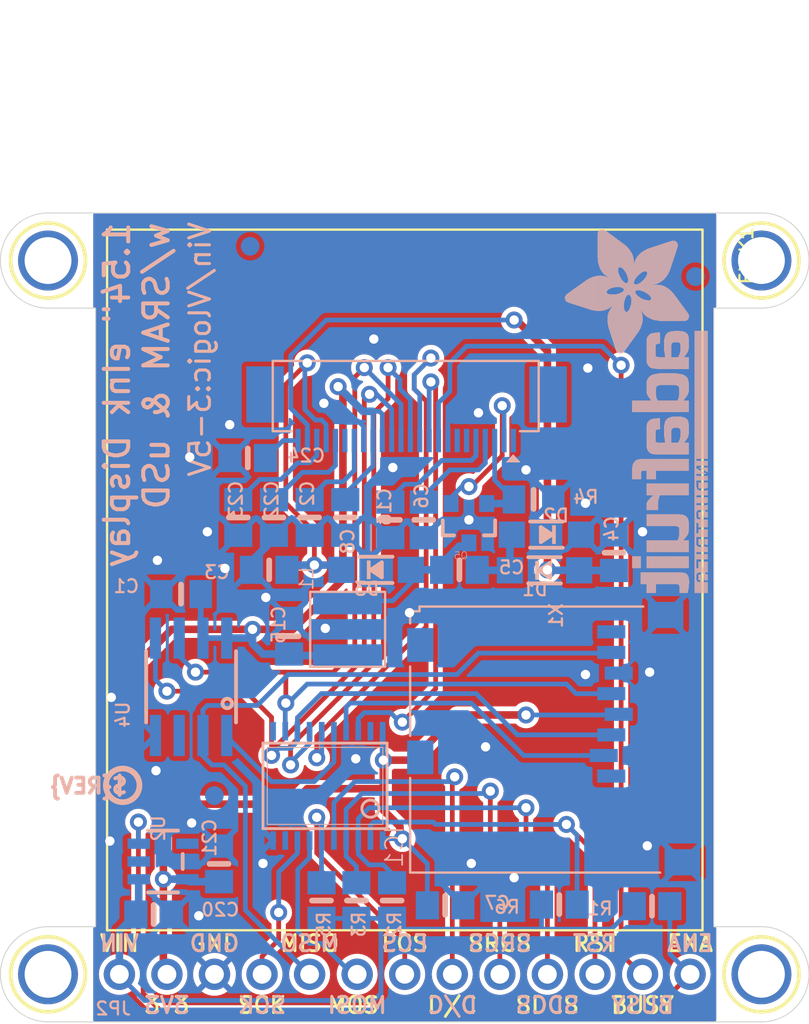
<source format=kicad_pcb>
(kicad_pcb (version 20221018) (generator pcbnew)
  (layers (0 "F.Cu" signal) (31 "B.Cu" signal) (34 "B.Paste" user) (35 "F.Paste" user) (36 "B.SilkS" user "B.Silkscreen") (37 "F.SilkS" user "F.Silkscreen") (38 "B.Mask" user) (39 "F.Mask" user) (44 "Edge.Cuts" user))
  (net 0 "")
  (net 1 "GND")
  (net 2 "3.3V")
  (net 3 "VGH")
  (net 4 "VGL")
  (net 5 "VIN")
  (net 6 "SCLK_3V")
  (net 7 "MOSI_3V")
  (net 8 "DISPCS_3V")
  (net 9 "SRAMCS_3V")
  (net 10 "RESET_3V")
  (net 11 "MISO")
  (net 12 "BUSY")
  (net 13 "RESET")
  (net 14 "SCLK")
  (net 15 "DISPCS")
  (net 16 "SRAMCS")
  (net 17 "SDCS_3V")
  (net 18 "SDCS")
  (net 19 "GDR")
  (net 20 "RESE")
  (net 21 "N$4")
  (net 22 "N$5")
  (net 23 "N$6")
  (net 24 "N$27")
  (net 25 "N$33")
  (net 26 "DC_3V")
  (net 27 "N$2")
  (net 28 "N$3")
  (net 29 "DC")
  (net 30 "MOSI")
  (net 31 "TSCL")
  (net 32 "TSDA")
  (net 33 "ENABLE")
  (net 34 "N$9")
  (footprint "working:MOUNTINGHOLE_2.5_PLATED" (layer "F.Cu") (at 167.5511 85.9536)
    (fp_text reference "U$6" hide)
    (fp_text value "MOUNTINGHOLE2.5" hide)
  )
  (footprint "working:EINK_154IN" (layer "F.Cu") (at 162.3041 92.0026 -90)
    (fp_text reference "EINK1")
    (fp_text value "EINK_EPD0231EINK_154IN_200X200")
  )
  (footprint "working:MOUNTINGHOLE_2.5_PLATED" (layer "F.Cu") (at 129.4511 124.0536)
    (fp_text reference "U$3" hide)
    (fp_text value "MOUNTINGHOLE2.5" hide)
  )
  (footprint "working:MOUNTINGHOLE_2.5_PLATED" (layer "F.Cu") (at 167.5511 124.0536)
    (fp_text reference "U$4" hide)
    (fp_text value "MOUNTINGHOLE2.5" hide)
  )
  (footprint "working:MOUNTINGHOLE_2.5_PLATED" (layer "F.Cu") (at 129.4511 85.9536)
    (fp_text reference "U$5" hide)
    (fp_text value "MOUNTINGHOLE2.5" hide)
  )
  (footprint "working:0805-NO" (layer "B.Cu") (at 135.0911 120.8616)
    (fp_text reference "C20")
    (fp_text value "10µF")
  )
  (footprint "working:0805-NO" (layer "B.Cu") (at 145.3261 99.6696 -90)
    (fp_text reference "C8")
    (fp_text value "1uF")
  )
  (footprint "working:0805-NO" (layer "B.Cu") (at 151.4221 102.4636)
    (fp_text reference "C5")
    (fp_text value "4.7uF/25V")
  )
  (footprint "working:PCBFEAT-REV-040" (layer "B.Cu") (at 133.4371 113.9676 180)
    (fp_text reference "U$9" hide)
    (fp_text value "" hide)
  )
  (footprint "working:0805-NO" (layer "B.Cu") (at 149.5171 99.7966 90)
    (fp_text reference "C6")
    (fp_text value "1uF/10V")
  )
  (footprint "working:0805_10MGAP" (layer "B.Cu") (at 155.3845 98.7044)
    (fp_text reference "R4")
    (fp_text value "0.47ohm")
  )
  (footprint "working:0805-NO" (layer "B.Cu") (at 141.5161 99.6696 90)
    (fp_text reference "C22")
    (fp_text value "1uF/25V")
  )
  (footprint "working:0805-NO" (layer "B.Cu") (at 138.5851 118.1596 90)
    (fp_text reference "C21")
    (fp_text value "10µF")
  )
  (footprint "working:0805_10MGAP" (layer "B.Cu") (at 136.5539 103.7602 180)
    (fp_text reference "C1")
    (fp_text value "1uF")
  )
  (footprint "working:SOD-123" (layer "B.Cu") (at 146.9771 102.4636)
    (fp_text reference "D3")
    (fp_text value "MBR0530")
  )
  (footprint "working:SOD-123" (layer "B.Cu") (at 155.9687 102.489)
    (fp_text reference "D1")
    (fp_text value "MBR0530")
  )
  (footprint "working:0805-NO" (layer "B.Cu") (at 141.2621 102.4636 180)
    (fp_text reference "C3")
    (fp_text value "1uF/25V")
  )
  (footprint "working:INDUCTOR_4X4MM_NR401" (layer "B.Cu") (at 145.4531 105.6386 -90)
    (fp_text reference "L1")
    (fp_text value "10uH")
  )
  (footprint "working:0805-NO" (layer "B.Cu") (at 150.6601 120.3706)
    (fp_text reference "C7")
    (fp_text value "1uF")
  )
  (footprint "working:0805-NO" (layer "B.Cu") (at 147.8261 120.1166 -90)
    (fp_text reference "R2")
    (fp_text value "100K")
  )
  (footprint "working:0805-NO" (layer "B.Cu") (at 140.1191 96.4946)
    (fp_text reference "C24")
    (fp_text value "1uF/6V")
  )
  (footprint "working:0805-NO" (layer "B.Cu") (at 159.6771 101.5492 90)
    (fp_text reference "C4")
    (fp_text value "1uF/25V")
  )
  (footprint "working:0805-NO" (layer "B.Cu") (at 145.9211 120.1166 -90)
    (fp_text reference "R3")
    (fp_text value "100K")
  )
  (footprint "working:ADAFRUIT_TEXT_20MM" (layer "B.Cu") (at 164.6751 84.1286 -90)
    (fp_text reference "U$28" hide)
    (fp_text value "" hide)
  )
  (footprint "working:MICROSD" (layer "B.Cu") (at 148.8911 104.4732 -90)
    (fp_text reference "X1")
    (fp_text value "MICROSD")
  )
  (footprint "working:FIDUCIAL_1MM" (layer "B.Cu") (at 138.3321 114.5166 90)
    (fp_text reference "FID2" hide)
    (fp_text value "FIDUCIAL_1MM" hide)
  )
  (footprint "working:SOIC8_150MIL" (layer "B.Cu") (at 137.0921 108.7066 180)
    (fp_text reference "U4")
    (fp_text value "23K640-I/SN")
  )
  (footprint "working:0805-NO" (layer "B.Cu") (at 143.4211 99.6696 90)
    (fp_text reference "C2")
    (fp_text value "1uF/10V")
  )
  (footprint "working:0805-NO" (layer "B.Cu") (at 147.7391 99.7966 90)
    (fp_text reference "C16")
    (fp_text value "1uF/25V")
  )
  (footprint "working:SOD-123" (layer "B.Cu") (at 156.0703 100.584 180)
    (fp_text reference "D2")
    (fp_text value "MBR0530")
  )
  (footprint "working:FIDUCIAL_1MM" (layer "B.Cu") (at 164.0271 86.8106 180)
    (fp_text reference "FID1" hide)
    (fp_text value "FIDUCIAL_1MM" hide)
  )
  (footprint "working:0805-NO" (layer "B.Cu") (at 161.7091 120.4176 180)
    (fp_text reference "R1")
    (fp_text value "100K")
  )
  (footprint "working:FIDUCIAL_1MM" (layer "B.Cu") (at 140.2461 85.1916 180)
    (fp_text reference "FID3" hide)
    (fp_text value "FIDUCIAL_1MM" hide)
  )
  (footprint "working:SOT23-5" (layer "B.Cu") (at 135.5931 118.0326 90)
    (fp_text reference "U2")
    (fp_text value "MIC5225-3.3")
  )
  (footprint "working:0805-NO" (layer "B.Cu") (at 139.6111 99.6696 90)
    (fp_text reference "C23")
    (fp_text value "1uF/25V")
  )
  (footprint "working:0805-NO" (layer "B.Cu") (at 156.7561 120.3306 180)
    (fp_text reference "R6")
    (fp_text value "100K")
  )
  (footprint "working:1X13_ROUND_70" (layer "B.Cu") (at 148.5011 124.0536)
    (fp_text reference "JP2")
    (fp_text value "")
  )
  (footprint "working:0805-NO" (layer "B.Cu") (at 144.0561 120.1166 -90)
    (fp_text reference "R5")
    (fp_text value "100K")
  )
  (footprint "working:TSSOP20" (layer "B.Cu") (at 144.2447 113.9952 180)
    (fp_text reference "IC1")
    (fp_text value "74LVC245PW")
  )
  (footprint "working:SOT23-3" (layer "B.Cu") (at 151.9301 99.9236)
    (fp_text reference "Q5")
    (fp_text value "IRLML0100")
  )
  (footprint "working:0805-NO" (layer "B.Cu") (at 142.3249 106.0078 -90)
    (fp_text reference "C15")
    (fp_text value "10uF/10V+")
  )
  (gr_line (start 131.9911 88.4936) (end 131.9911 121.5136) (stroke (width 0.05)) (layer "Edge.Cuts"))
  (gr_line (start 167.5511 88.4936) (end 165.0111 88.4936) (stroke (width 0.05)) (layer "Edge.Cuts"))
  (gr_arc (start 129.4511 126.5936) (mid 127.655049 125.849651) (end 126.911101 124.053599) (stroke (width 0.05)) (layer "Edge.Cuts"))
  (gr_line (start 129.4511 83.4136) (end 167.5511 83.4136) (stroke (width 0.05)) (layer "Edge.Cuts"))
  (gr_arc (start 129.4511 88.4936) (mid 127.655049 87.749651) (end 126.911101 85.953599) (stroke (width 0.05)) (layer "Edge.Cuts"))
  (gr_arc (start 170.0911 124.0536) (mid 169.347151 125.849651) (end 167.5511 126.5936) (stroke (width 0.05)) (layer "Edge.Cuts"))
  (gr_arc (start 126.9111 85.9536) (mid 127.655049 84.157548) (end 129.451101 83.413599) (stroke (width 0.05)) (layer "Edge.Cuts"))
  (gr_arc (start 167.5511 83.4136) (mid 169.347151 84.157549) (end 170.0911 85.9536) (stroke (width 0.05)) (layer "Edge.Cuts"))
  (gr_line (start 167.5511 121.5136) (end 165.0111 121.5136) (stroke (width 0.05)) (layer "Edge.Cuts"))
  (gr_arc (start 170.0911 85.9536) (mid 169.347151 87.749651) (end 167.5511 88.4936) (stroke (width 0.05)) (layer "Edge.Cuts"))
  (gr_line (start 165.0111 121.5136) (end 165.0111 88.4936) (stroke (width 0.05)) (layer "Edge.Cuts"))
  (gr_line (start 131.9911 121.5136) (end 129.4511 121.5136) (stroke (width 0.05)) (layer "Edge.Cuts"))
  (gr_line (start 167.5511 126.5936) (end 129.4511 126.5936) (stroke (width 0.05)) (layer "Edge.Cuts"))
  (gr_arc (start 167.5511 121.5136) (mid 169.347151 122.257549) (end 170.0911 124.0536) (stroke (width 0.05)) (layer "Edge.Cuts"))
  (gr_line (start 131.9911 88.4936) (end 129.4511 88.4936) (stroke (width 0.05)) (layer "Edge.Cuts"))
  (gr_arc (start 126.911101 124.053601) (mid 127.655049 122.257549) (end 129.4511 121.5136) (stroke (width 0.05)) (layer "Edge.Cuts"))
  (gr_text "D/C" (at 151.0411 125.7046) (layer "B.SilkS") (effects (font (size 0.8636 0.8636) (thickness 0.1524)) (justify mirror)))
  (gr_text "SDCS" (at 156.1211 125.7046) (layer "B.SilkS") (effects (font (size 0.8636 0.8636) (thickness 0.1524)) (justify mirror)))
  (gr_text "ECS" (at 148.5011 122.4026) (layer "B.SilkS") (effects (font (size 0.8636 0.8636) (thickness 0.1524)) (justify mirror)))
  (gr_text "VIN" (at 133.2611 122.4026) (layer "B.SilkS") (effects (font (size 0.8636 0.8636) (thickness 0.1524)) (justify mirror)))
  (gr_text "3V3" (at 135.8011 125.7046) (layer "B.SilkS") (effects (font (size 0.8636 0.8636) (thickness 0.1524)) (justify mirror)))
  (gr_text "ENA" (at 163.7411 122.4026) (layer "B.SilkS") (effects (font (size 0.8636 0.8636) (thickness 0.1524)) (justify mirror)))
  (gr_text "BUSY" (at 161.2011 125.7046) (layer "B.SilkS") (effects (font (size 0.8636 0.8636) (thickness 0.1524)) (justify mirror)))
  (gr_text "MOSI" (at 145.9611 125.7046) (layer "B.SilkS") (effects (font (size 0.8636 0.8636) (thickness 0.1524)) (justify mirror)))
  (gr_text "SRCS" (at 153.5811 122.4026) (layer "B.SilkS") (effects (font (size 0.8636 0.8636) (thickness 0.1524)) (justify mirror)))
  (gr_text "Vin/Vlogic:3-5V" (at 138.2141 83.7946 -270) (layer "B.SilkS") (effects (font (size 1.1049 1.1049) (thickness 0.1651)) (justify left bottom mirror)))
  (gr_text "RST" (at 158.6611 122.4026) (layer "B.SilkS") (effects (font (size 0.8636 0.8636) (thickness 0.1524)) (justify mirror)))
  (gr_text "GND" (at 138.3411 122.4026) (layer "B.SilkS") (effects (font (size 0.8636 0.8636) (thickness 0.1524)) (justify mirror)))
  (gr_text "SCK" (at 140.8811 125.7046) (layer "B.SilkS") (effects (font (size 0.8636 0.8636) (thickness 0.1524)) (justify mirror)))
  (gr_text "MISO" (at 143.4211 122.4026) (layer "B.SilkS") (effects (font (size 0.8636 0.8636) (thickness 0.1524)) (justify mirror)))
  (gr_text "1.54\" eInk Display\nw/SRAM & uSD" (at 132.3721 83.7946 -270) (layer "B.SilkS") (effects (font (size 1.31064 1.31064) (thickness 0.21336)) (justify left top mirror)))
  (gr_text "MOSI" (at 145.9611 125.7046) (layer "F.SilkS") (effects (font (size 0.8636 0.8636) (thickness 0.1524))))
  (gr_text "3V3" (at 135.8011 125.7046) (layer "F.SilkS") (effects (font (size 0.8636 0.8636) (thickness 0.1524))))
  (gr_text "MISO" (at 143.4211 122.4026) (layer "F.SilkS") (effects (font (size 0.8636 0.8636) (thickness 0.1524))))
  (gr_text "SCK" (at 140.8811 125.7046) (layer "F.SilkS") (effects (font (size 0.8636 0.8636) (thickness 0.1524))))
  (gr_text "GND" (at 138.3411 122.4026) (layer "F.SilkS") (effects (font (size 0.8636 0.8636) (thickness 0.1524))))
  (gr_text "ECS" (at 148.5011 122.4026) (layer "F.SilkS") (effects (font (size 0.8636 0.8636) (thickness 0.1524))))
  (gr_text "RST" (at 158.6611 122.4026) (layer "F.SilkS") (effects (font (size 0.8636 0.8636) (thickness 0.1524))))
  (gr_text "SRCS" (at 153.5811 122.4026) (layer "F.SilkS") (effects (font (size 0.8636 0.8636) (thickness 0.1524))))
  (gr_text "BUSY" (at 161.2011 125.7046) (layer "F.SilkS") (effects (font (size 0.8636 0.8636) (thickness 0.1524))))
  (gr_text "ENA" (at 163.7411 122.4026) (layer "F.SilkS") (effects (font (size 0.8636 0.8636) (thickness 0.1524))))
  (gr_text "D/C" (at 151.0411 125.7046) (layer "F.SilkS") (effects (font (size 0.8636 0.8636) (thickness 0.1524))))
  (gr_text "SDCS" (at 156.1211 125.7046) (layer "F.SilkS") (effects (font (size 0.8636 0.8636) (thickness 0.1524))))
  (gr_text "VIN" (at 133.2611 122.4026) (layer "F.SilkS") (effects (font (size 0.8636 0.8636) (thickness 0.1524))))
  (via (at 144.2593 105.5878) (size 0.9064) (drill 0.5) (layers "F.Cu" "B.Cu") (net 1))
  (via (at 135.2931 101.9556) (size 0.9064) (drill 0.5) (layers "F.Cu" "B.Cu") (net 1))
  (via (at 144.1831 93.5736) (size 0.9064) (drill 0.5) (layers "F.Cu" "B.Cu") (net 1))
  (via (at 132.8293 109.2708) (size 0.9064) (drill 0.5) (layers "F.Cu" "B.Cu") (net 1))
  (via (at 137.9601 100.4316) (size 0.9064) (drill 0.5) (layers "F.Cu" "B.Cu") (net 1))
  (via (at 145.8849 112.5474) (size 0.9064) (drill 0.5) (layers "F.Cu" "B.Cu") (net 1))
  (via (at 137.5029 120.9294) (size 0.9064) (drill 0.5) (layers "F.Cu" "B.Cu") (net 1))
  (via (at 158.1531 108.0516) (size 0.9064) (drill 0.5) (layers "F.Cu" "B.Cu") (net 1))
  (via (at 158.1531 98.9076) (size 0.9064) (drill 0.5) (layers "F.Cu" "B.Cu") (net 1))
  (via (at 161.2011 100.4316) (size 0.9064) (drill 0.5) (layers "F.Cu" "B.Cu") (net 1))
  (via (at 152.4381 94.0816) (size 0.9064) (drill 0.5) (layers "F.Cu" "B.Cu") (net 1))
  (via (at 132.7531 116.9416) (size 0.9064) (drill 0.5) (layers "F.Cu" "B.Cu") (net 1))
  (via (at 151.9301 99.7966) (size 0.9064) (drill 0.5) (layers "F.Cu" "B.Cu") (net 1))
  (via (at 152.0571 118.1354) (size 0.9064) (drill 0.5) (layers "F.Cu" "B.Cu") (net 1))
  (via (at 137.0203 96.4438) (size 0.9064) (drill 0.5) (layers "F.Cu" "B.Cu") (net 1))
  (via (at 146.8501 90.1446) (size 0.9064) (drill 0.5) (layers "F.Cu" "B.Cu") (net 1))
  (via (at 147.8661 97.0026) (size 0.9064) (drill 0.5) (layers "F.Cu" "B.Cu") (net 1))
  (via (at 154.9781 97.1296) (size 0.9064) (drill 0.5) (layers "F.Cu" "B.Cu") (net 1))
  (via (at 161.5821 107.9246) (size 0.9064) (drill 0.5) (layers "F.Cu" "B.Cu") (net 1))
  (via (at 152.8191 111.9124) (size 0.9064) (drill 0.5) (layers "F.Cu" "B.Cu") (net 1))
  (via (at 140.9319 118.1354) (size 0.9064) (drill 0.5) (layers "F.Cu" "B.Cu") (net 1))
  (via (at 141.0843 103.9368) (size 0.9064) (drill 0.5) (layers "F.Cu" "B.Cu") (net 1))
  (via (at 137.1219 115.9764) (size 0.9064) (drill 0.5) (layers "F.Cu" "B.Cu") (net 1))
  (via (at 158.2801 91.694) (size 0.9064) (drill 0.5) (layers "F.Cu" "B.Cu") (net 1))
  (via (at 148.7551 104.7496) (size 0.9064) (drill 0.5) (layers "F.Cu" "B.Cu") (net 1))
  (via (at 138.8999 102.3874) (size 0.9064) (drill 0.5) (layers "F.Cu" "B.Cu") (net 1))
  (via (at 135.2169 113.1824) (size 0.9064) (drill 0.5) (layers "F.Cu" "B.Cu") (net 1))
  (via (at 154.3431 118.8974) (size 0.9064) (drill 0.5) (layers "F.Cu" "B.Cu") (net 1))
  (via (at 139.1539 94.7166) (size 0.9064) (drill 0.5) (layers "F.Cu" "B.Cu") (net 1))
  (via (at 161.4551 117.1956) (size 0.9064) (drill 0.5) (layers "F.Cu" "B.Cu") (net 1))
  (segment (start 140.3121 102.4636) (end 140.3121 102.0166) (width 0.4064) (layer "B.Cu") (net 1))
  (segment (start 146.3041 95.5626) (end 146.3041 94.8056) (width 0.254) (layer "B.Cu") (net 1))
  (segment (start 150.8041 94.5726) (end 151.1681 94.2086) (width 0.254) (layer "B.Cu") (net 1))
  (segment (start 146.0881 94.5896) (end 145.3261 94.5896) (width 0.254) (layer "B.Cu") (net 1))
  (segment (start 146.3041 94.8056) (end 146.0881 94.5896) (width 0.254) (layer "B.Cu") (net 1))
  (segment (start 140.3121 102.0166) (end 141.1351 101.1936) (width 0.4064) (layer "B.Cu") (net 1))
  (segment (start 150.8041 95.5626) (end 150.8041 94.5726) (width 0.254) (layer "B.Cu") (net 1))
  (segment (start 144.3101 93.5736) (end 144.1831 93.5736) (width 0.254) (layer "B.Cu") (net 1))
  (segment (start 145.3261 94.5896) (end 144.3101 93.5736) (width 0.254) (layer "B.Cu") (net 1))
  (segment (start 141.1351 101.1936) (end 141.1351 100.8126) (width 0.4064) (layer "B.Cu") (net 1))
  (segment (start 148.8821 112.6236) (end 147.3581 112.6236) (width 0.4064) (layer "F.Cu") (net 2))
  (segment (start 147.3581 115.2906) (end 147.3581 114.1476) (width 0.4064) (layer "F.Cu") (net 2))
  (segment (start 135.6106 123.8631) (end 135.6106 118.9736) (width 0.4064) (layer "F.Cu") (net 2))
  (segment (start 135.6106 114.9731) (end 142.4686 114.9731) (width 0.4064) (layer "F.Cu") (net 2))
  (segment (start 151.2951 110.2106) (end 154.9781 110.2106) (width 0.4064) (layer "F.Cu") (net 2))
  (segment (start 147.3581 114.1476) (end 147.3581 112.6236) (width 0.4064) (layer "F.Cu") (net 2))
  (segment (start 134.0231 113.3856) (end 134.0231 107.6706) (width 0.4064) (layer "F.Cu") (net 2))
  (segment (start 135.8011 124.0536) (end 135.6106 123.8631) (width 0.4064) (layer "F.Cu") (net 2))
  (segment (start 148.2471 116.6876) (end 148.2471 116.1796) (width 0.4064) (layer "F.Cu") (net 2))
  (segment (start 148.3741 116.8146) (end 148.2471 116.6876) (width 0.4064) (layer "F.Cu") (net 2))
  (segment (start 148.2471 116.1796) (end 147.3581 115.2906) (width 0.4064) (layer "F.Cu") (net 2))
  (segment (start 136.0551 105.6386) (end 140.3731 105.6386) (width 0.4064) (layer "F.Cu") (net 2))
  (segment (start 142.5321 105.6386) (end 145.1991 102.9716) (width 0.4064) (layer "F.Cu") (net 2))
  (segment (start 145.1991 92.9386) (end 144.9451 92.6846) (width 0.4064) (layer "F.Cu") (net 2))
  (segment (start 145.1991 102.9716) (end 145.1991 92.9386) (width 0.4064) (layer "F.Cu") (net 2))
  (segment (start 135.6106 114.9731) (end 134.0231 113.3856) (width 0.4064) (layer "F.Cu") (net 2))
  (segment (start 151.2951 110.2106) (end 148.8821 112.6236) (width 0.4064) (layer "F.Cu") (net 2))
  (segment (start 142.4686 114.9731) (end 143.2941 114.1476) (width 0.4064) (layer "F.Cu") (net 2))
  (segment (start 140.3731 105.6386) (end 142.5321 105.6386) (width 0.4064) (layer "F.Cu") (net 2))
  (segment (start 135.6106 118.9736) (end 135.6106 114.9731) (width 0.4064) (layer "F.Cu") (net 2))
  (segment (start 134.0231 107.6706) (end 136.0551 105.6386) (width 0.4064) (layer "F.Cu") (net 2))
  (segment (start 143.2941 114.1476) (end 147.3581 114.1476) (width 0.4064) (layer "F.Cu") (net 2))
  (via (at 140.3731 105.6386) (size 0.9064) (drill 0.5) (layers "F.Cu" "B.Cu") (net 2))
  (via (at 148.3741 116.8146) (size 0.9064) (drill 0.5) (layers "F.Cu" "B.Cu") (net 2))
  (via (at 135.6106 118.9736) (size 0.9064) (drill 0.5) (layers "F.Cu" "B.Cu") (net 2))
  (via (at 147.3581 112.6236) (size 0.9064) (drill 0.5) (layers "F.Cu" "B.Cu") (net 2))
  (via (at 144.9451 92.6846) (size 0.9064) (drill 0.5) (layers "F.Cu" "B.Cu") (net 2))
  (via (at 154.9781 110.2106) (size 0.9064) (drill 0.5) (layers "F.Cu" "B.Cu") (net 2))
  (segment (start 140.3731 106.1466) (end 140.3731 105.6386) (width 0.4064) (layer "B.Cu") (net 2))
  (segment (start 149.7101 120.3706) (end 149.7101 118.1506) (width 0.254) (layer "B.Cu") (net 2))
  (segment (start 144.9451 92.6496) (end 144.9451 92.6846) (width 0.4064) (layer "B.Cu") (net 2))
  (segment (start 140.3731 106.4006) (end 140.3731 106.1466) (width 0.4064) (layer "B.Cu") (net 2))
  (segment (start 140.3331 106.1066) (end 140.3731 106.1466) (width 0.4064) (layer "B.Cu") (net 2))
  (segment (start 138.9971 106.1066) (end 137.7271 106.1066) (width 0.3048) (layer "B.Cu") (net 2))
  (segment (start 145.4531 107.0386) (end 142.4057 107.0386) (width 0.4064) (layer "B.Cu") (net 2))
  (segment (start 147.1501 94.0006) (end 146.8041 94.0006) (width 0.254) (layer "B.Cu") (net 2))
  (segment (start 147.3041 94.1546) (end 147.3041 95.5626) (width 0.254) (layer "B.Cu") (net 2))
  (segment (start 138.9971 106.1066) (end 140.3331 106.1066) (width 0.4064) (layer "B.Cu") (net 2))
  (segment (start 136.8932 118.9826) (end 136.8842 118.9736) (width 0.4064) (layer "B.Cu") (net 2))
  (segment (start 137.6039 105.9834) (end 137.6039 103.7602) (width 0.3048) (layer "B.Cu") (net 2))
  (segment (start 159.9311 110.1732) (end 159.9311 110.2106) (width 0.254) (layer "B.Cu") (net 2))
  (segment (start 146.8041 95.5626) (end 146.8041 94.0006) (width 0.254) (layer "B.Cu") (net 2))
  (segment (start 147.3041 94.1546) (end 147.1501 94.0006) (width 0.254) (layer "B.Cu") (net 2))
  (segment (start 147.3197 112.6236) (end 147.3581 112.6236) (width 0.3048) (layer "B.Cu") (net 2))
  (segment (start 138.5851 119.1096) (end 137.0202 119.1096) (width 0.4064) (layer "B.Cu") (net 2))
  (segment (start 146.8041 94.0006) (end 146.2611 94.0006) (width 0.4064) (layer "B.Cu") (net 2))
  (segment (start 147.3197 111.0774) (end 147.3197 112.6236) (width 0.3048) (layer "B.Cu") (net 2))
  (segment (start 147.4181 116.8146) (end 148.3741 116.8146) (width 0.254) (layer "B.Cu") (net 2))
  (segment (start 142.4057 107.0386) (end 142.3249 106.9578) (width 0.4064) (layer "B.Cu") (net 2))
  (segment (start 136.8842 118.9736) (end 135.6106 118.9736) (width 0.4064) (layer "B.Cu") (net 2))
  (segment (start 137.7271 106.1066) (end 137.6039 105.9834) (width 0.3048) (layer "B.Cu") (net 2))
  (segment (start 142.3249 106.9578) (end 140.9303 106.9578) (width 0.4064) (layer "B.Cu") (net 2))
  (segment (start 147.3197 116.913) (end 147.4181 116.8146) (width 0.254) (layer "B.Cu") (net 2))
  (segment (start 146.8041 96.9216) (end 145.3261 98.3996) (width 0.254) (layer "B.Cu") (net 2))
  (segment (start 140.9303 106.9578) (end 140.3731 106.4006) (width 0.4064) (layer "B.Cu") (net 2))
  (segment (start 159.9311 110.2106) (end 154.9781 110.2106) (width 0.254) (layer "B.Cu") (net 2))
  (segment (start 149.7101 118.1506) (end 148.3741 116.8146) (width 0.254) (layer "B.Cu") (net 2))
  (segment (start 145.3261 98.3996) (end 145.3261 98.7196) (width 0.254) (layer "B.Cu") (net 2))
  (segment (start 146.2611 94.0006) (end 144.9451 92.6846) (width 0.4064) (layer "B.Cu") (net 2))
  (segment (start 146.8041 95.5626) (end 146.8041 96.9216) (width 0.254) (layer "B.Cu") (net 2))
  (segment (start 137.0202 119.1096) (end 136.8932 118.9826) (width 0.4064) (layer "B.Cu") (net 2))
  (segment (start 142.1511 98.9076) (end 142.1511 92.5576) (width 0.254) (layer "F.Cu") (net 3))
  (segment (start 143.6751 102.2096) (end 143.6751 100.4316) (width 0.254) (layer "F.Cu") (net 3))
  (segment (start 143.6751 100.4316) (end 142.1511 98.9076) (width 0.254) (layer "F.Cu") (net 3))
  (segment (start 142.1511 92.5576) (end 143.2941 91.4146) (width 0.254) (layer "F.Cu") (net 3))
  (via (at 143.6751 102.2096) (size 0.9064) (drill 0.5) (layers "F.Cu" "B.Cu") (net 3))
  (via (at 143.2941 91.4146) (size 0.9064) (drill 0.5) (layers "F.Cu" "B.Cu") (net 3))
  (segment (start 143.2941 91.6686) (end 143.2941 91.4146) (width 0.254) (layer "B.Cu") (net 3))
  (segment (start 144.3041 95.5626) (end 144.3041 94.7106) (width 0.254) (layer "B.Cu") (net 3))
  (segment (start 144.5641 102.2096) (end 143.6751 102.2096) (width 0.4064) (layer "B.Cu") (net 3))
  (segment (start 142.2121 102.4636) (end 142.2121 102.3366) (width 0.4064) (layer "B.Cu") (net 3))
  (segment (start 143.1671 91.7956) (end 143.2941 91.6686) (width 0.254) (layer "B.Cu") (net 3))
  (segment (start 144.0561 94.4626) (end 143.7259 94.4626) (width 0.254) (layer "B.Cu") (net 3))
  (segment (start 144.8181 102.4636) (end 144.5641 102.2096) (width 0.4064) (layer "B.Cu") (net 3))
  (segment (start 142.5321 102.2096) (end 143.6751 102.2096) (width 0.4064) (layer "B.Cu") (net 3))
  (segment (start 142.4051 102.3366) (end 142.5321 102.2096) (width 0.4064) (layer "B.Cu") (net 3))
  (segment (start 143.1671 93.9038) (end 143.1671 91.7956) (width 0.254) (layer "B.Cu") (net 3))
  (segment (start 142.2121 102.3366) (end 142.4051 102.3366) (width 0.4064) (layer "B.Cu") (net 3))
  (segment (start 144.3041 94.7106) (end 144.0561 94.4626) (width 0.254) (layer "B.Cu") (net 3))
  (segment (start 145.1271 102.4636) (end 144.8181 102.4636) (width 0.4064) (layer "B.Cu") (net 3))
  (segment (start 143.7259 94.4626) (end 143.1671 93.9038) (width 0.254) (layer "B.Cu") (net 3))
  (segment (start 154.3431 89.1286) (end 154.4701 89.1286) (width 0.254) (layer "F.Cu") (net 4))
  (segment (start 156.1211 90.7796) (end 154.4701 89.1286) (width 0.4064) (layer "F.Cu") (net 4))
  (segment (start 156.1211 102.4636) (end 156.1211 90.7796) (width 0.4064) (layer "F.Cu") (net 4))
  (via (at 154.3431 89.1286) (size 0.9064) (drill 0.5) (layers "F.Cu" "B.Cu") (net 4))
  (via (at 156.1211 102.4636) (size 0.9064) (drill 0.5) (layers "F.Cu" "B.Cu") (net 4))
  (segment (start 157.8187 102.489) (end 156.1465 102.489) (width 0.4064) (layer "B.Cu") (net 4))
  (segment (start 142.4151 93.8376) (end 142.4151 91.0236) (width 0.254) (layer "B.Cu") (net 4))
  (segment (start 142.4151 91.0236) (end 144.3101 89.1286) (width 0.254) (layer "B.Cu") (net 4))
  (segment (start 156.1465 102.489) (end 156.1211 102.4636) (width 0.4064) (layer "B.Cu") (net 4))
  (segment (start 143.3041 94.7266) (end 142.4151 93.8376) (width 0.254) (layer "B.Cu") (net 4))
  (segment (start 157.8289 102.4992) (end 157.8187 102.489) (width 0.4064) (layer "B.Cu") (net 4))
  (segment (start 159.6771 102.4992) (end 157.8289 102.4992) (width 0.4064) (layer "B.Cu") (net 4))
  (segment (start 144.3101 89.1286) (end 154.3431 89.1286) (width 0.254) (layer "B.Cu") (net 4))
  (segment (start 143.3041 95.5626) (end 143.3041 94.7266) (width 0.254) (layer "B.Cu") (net 4))
  (segment (start 147.1041 121.0666) (end 145.9211 121.0666) (width 0.254) (layer "B.Cu") (net 5))
  (segment (start 133.2611 124.0536) (end 133.2611 121.7416) (width 0.4064) (layer "B.Cu") (net 5))
  (segment (start 145.9211 121.0666) (end 144.0561 121.0666) (width 0.254) (layer "B.Cu") (net 5))
  (segment (start 147.8261 121.0666) (end 147.1041 121.0666) (width 0.254) (layer "B.Cu") (net 5))
  (segment (start 159.5361 121.6406) (end 155.8061 121.6406) (width 0.254) (layer "B.Cu") (net 5))
  (segment (start 146.8501 125.4506) (end 134.5946 125.4506) (width 0.254) (layer "B.Cu") (net 5))
  (segment (start 134.293 118.9826) (end 134.293 120.7097) (width 0.4064) (layer "B.Cu") (net 5))
  (segment (start 134.5946 125.4506) (end 133.2611 124.1171) (width 0.254) (layer "B.Cu") (net 5))
  (segment (start 133.2611 121.7416) (end 134.1411 120.8616) (width 0.4064) (layer "B.Cu") (net 5))
  (segment (start 134.293 120.7097) (end 134.1411 120.8616) (width 0.4064) (layer "B.Cu") (net 5))
  (segment (start 133.2611 124.1171) (end 133.2611 124.0536) (width 0.254) (layer "B.Cu") (net 5))
  (segment (start 155.8061 120.3306) (end 155.8061 121.6406) (width 0.254) (layer "B.Cu") (net 5))
  (segment (start 159.5361 121.6406) (end 160.7591 120.4176) (width 0.254) (layer "B.Cu") (net 5))
  (segment (start 147.2311 125.0696) (end 147.2311 121.1936) (width 0.254) (layer "B.Cu") (net 5))
  (segment (start 146.8501 125.4506) (end 147.2311 125.0696) (width 0.254) (layer "B.Cu") (net 5))
  (segment (start 155.8061 121.6406) (end 147.8261 121.6406) (width 0.254) (layer "B.Cu") (net 5))
  (segment (start 147.2311 121.1936) (end 147.1041 121.0666) (width 0.254) (layer "B.Cu") (net 5))
  (segment (start 147.8261 121.6406) (end 147.8261 121.0666) (width 0.254) (layer "B.Cu") (net 5))
  (segment (start 142.1511 107.9246) (end 137.3251 107.9246) (width 0.254) (layer "F.Cu") (net 6))
  (segment (start 142.1511 109.5756) (end 142.1511 107.9246) (width 0.254) (layer "F.Cu") (net 6))
  (segment (start 145.8341 92.1766) (end 146.3421 91.6686) (width 0.254) (layer "F.Cu") (net 6))
  (segment (start 144.6911 107.9246) (end 142.1511 107.9246) (width 0.254) (layer "F.Cu") (net 6))
  (segment (start 144.6911 107.9246) (end 145.8341 106.7816) (width 0.254) (layer "F.Cu") (net 6))
  (segment (start 145.8341 106.7816) (end 145.8341 92.1766) (width 0.254) (layer "F.Cu") (net 6))
  (via (at 142.1511 109.5756) (size 0.9064) (drill 0.5) (layers "F.Cu" "B.Cu") (net 6))
  (via (at 146.3421 91.6686) (size 0.9064) (drill 0.5) (layers "F.Cu" "B.Cu") (net 6))
  (via (at 137.3251 107.9246) (size 0.9064) (drill 0.5) (layers "F.Cu" "B.Cu") (net 6))
  (segment (start 148.3041 93.6306) (end 148.3041 95.5626) (width 0.254) (layer "B.Cu") (net 6))
  (segment (start 157.6507 109.0732) (end 159.5311 109.0732) (width 0.254) (layer "B.Cu") (net 6))
  (segment (start 142.1197 109.734) (end 142.1197 109.607) (width 0.254) (layer "B.Cu") (net 6))
  (segment (start 142.1197 111.0774) (end 142.1197 109.734) (width 0.254) (layer "B.Cu") (net 6))
  (segment (start 143.2941 108.5596) (end 157.1371 108.5596) (width 0.254) (layer "B.Cu") (net 6))
  (segment (start 136.4571 107.0566) (end 136.4571 106.1066) (width 0.254) (layer "B.Cu") (net 6))
  (segment (start 146.3421 91.6686) (end 148.3041 93.6306) (width 0.254) (layer "B.Cu") (net 6))
  (segment (start 142.1197 109.734) (end 143.2941 108.5596) (width 0.254) (layer "B.Cu") (net 6))
  (segment (start 157.1371 108.5596) (end 157.6507 109.0732) (width 0.254) (layer "B.Cu") (net 6))
  (segment (start 142.1197 109.607) (end 142.1511 109.5756) (width 0.254) (layer "B.Cu") (net 6))
  (segment (start 137.3251 107.9246) (end 136.4571 107.0566) (width 0.254) (layer "B.Cu") (net 6))
  (segment (start 135.8011 108.9406) (end 139.9921 108.9406) (width 0.254) (layer "F.Cu") (net 7))
  (segment (start 146.3421 93.3704) (end 146.6215 93.091) (width 0.254) (layer "F.Cu") (net 7))
  (segment (start 141.3891 112.1156) (end 141.3891 112.3696) (width 0.254) (layer "F.Cu") (net 7))
  (segment (start 139.9921 108.9406) (end 141.3891 110.3376) (width 0.254) (layer "F.Cu") (net 7))
  (segment (start 146.3421 107.1626) (end 141.3891 112.1156) (width 0.254) (layer "F.Cu") (net 7))
  (segment (start 146.3421 107.1626) (end 146.3421 93.3704) (width 0.254) (layer "F.Cu") (net 7))
  (segment (start 141.3891 110.3376) (end 141.3891 112.1156) (width 0.254) (layer "F.Cu") (net 7))
  (via (at 135.8011 108.9406) (size 0.9064) (drill 0.5) (layers "F.Cu" "B.Cu") (net 7))
  (via (at 141.3891 112.3696) (size 0.9064) (drill 0.5) (layers "F.Cu" "B.Cu") (net 7))
  (via (at 146.6215 93.091) (size 0.9064) (drill 0.5) (layers "F.Cu" "B.Cu") (net 7))
  (segment (start 142.7697 111.624) (end 142.4051 111.9886) (width 0.254) (layer "B.Cu") (net 7))
  (segment (start 142.7697 111.0774) (end 142.7697 110.354) (width 0.254) (layer "B.Cu") (net 7))
  (segment (start 142.4051 111.9886) (end 141.7701 111.9886) (width 0.254) (layer "B.Cu") (net 7))
  (segment (start 152.3111 109.0676) (end 144.0561 109.0676) (width 0.254) (layer "B.Cu") (net 7))
  (segment (start 141.7701 111.9886) (end 141.3891 112.3696) (width 0.254) (layer "B.Cu") (net 7))
  (segment (start 159.5311 111.2732) (end 154.5167 111.2732) (width 0.254) (layer "B.Cu") (net 7))
  (segment (start 135.1871 106.1066) (end 135.1871 108.3266) (width 0.254) (layer "B.Cu") (net 7))
  (segment (start 147.8041 93.8926) (end 147.8041 95.5626) (width 0.254) (layer "B.Cu") (net 7))
  (segment (start 147.8041 93.8926) (end 147.0025 93.091) (width 0.254) (layer "B.Cu") (net 7))
  (segment (start 144.0561 109.0676) (end 142.7697 110.354) (width 0.254) (layer "B.Cu") (net 7))
  (segment (start 135.1871 108.3266) (end 135.8011 108.9406) (width 0.254) (layer "B.Cu") (net 7))
  (segment (start 154.5167 111.2732) (end 152.3111 109.0676) (width 0.254) (layer "B.Cu") (net 7))
  (segment (start 142.7697 111.0774) (end 142.7697 111.624) (width 0.254) (layer "B.Cu") (net 7))
  (segment (start 147.0025 93.091) (end 146.6215 93.091) (width 0.254) (layer "B.Cu") (net 7))
  (segment (start 146.8501 94.0816) (end 146.8501 107.4166) (width 0.254) (layer "F.Cu") (net 8))
  (segment (start 146.8501 107.4166) (end 142.4051 111.8616) (width 0.254) (layer "F.Cu") (net 8))
  (segment (start 147.6121 93.3196) (end 146.8501 94.0816) (width 0.254) (layer "F.Cu") (net 8))
  (segment (start 142.4051 111.8616) (end 142.4051 112.8776) (width 0.254) (layer "F.Cu") (net 8))
  (segment (start 147.6121 91.6686) (end 147.6121 93.3196) (width 0.254) (layer "F.Cu") (net 8))
  (via (at 142.4051 112.8776) (size 0.9064) (drill 0.5) (layers "F.Cu" "B.Cu") (net 8))
  (via (at 147.6121 91.6686) (size 0.9064) (drill 0.5) (layers "F.Cu" "B.Cu") (net 8))
  (segment (start 148.2471 92.8116) (end 148.2471 92.3036) (width 0.254) (layer "B.Cu") (net 8))
  (segment (start 142.4051 112.8776) (end 142.4051 112.7506) (width 0.254) (layer "B.Cu") (net 8))
  (segment (start 148.2471 92.3036) (end 147.6121 91.6686) (width 0.254) (layer "B.Cu") (net 8))
  (segment (start 148.8041 93.3686) (end 148.2471 92.8116) (width 0.254) (layer "B.Cu") (net 8))
  (segment (start 143.4197 111.736) (end 143.4197 111.0774) (width 0.254) (layer "B.Cu") (net 8))
  (segment (start 142.4051 112.7506) (end 143.4197 111.736) (width 0.254) (layer "B.Cu") (net 8))
  (segment (start 148.8041 95.5626) (end 148.8041 93.3686) (width 0.254) (layer "B.Cu") (net 8))
  (segment (start 147.9151 91.9716) (end 147.6121 91.6686) (width 0.254) (layer "B.Cu") (net 8))
  (segment (start 141.3891 113.7666) (end 138.9291 111.3066) (width 0.254) (layer "B.Cu") (net 9))
  (segment (start 138.9761 111.3276) (end 138.9971 111.3066) (width 0.254) (layer "B.Cu") (net 9))
  (segment (start 144.7197 111.0774) (end 144.7197 112.722) (width 0.254) (layer "B.Cu") (net 9))
  (segment (start 138.9291 111.3066) (end 138.9971 111.3066) (width 0.254) (layer "B.Cu") (net 9))
  (segment (start 143.6751 113.7666) (end 141.3891 113.7666) (width 0.254) (layer "B.Cu") (net 9))
  (segment (start 144.7197 112.722) (end 143.6751 113.7666) (width 0.254) (layer "B.Cu") (net 9))
  (segment (start 150.1521 92.6846) (end 149.8981 92.4306) (width 0.254) (layer "F.Cu") (net 10))
  (segment (start 148.3741 110.5916) (end 150.1521 108.8136) (width 0.254) (layer "F.Cu") (net 10))
  (segment (start 150.1521 108.8136) (end 150.1521 92.6846) (width 0.254) (layer "F.Cu") (net 10))
  (via (at 149.8981 92.4306) (size 0.9064) (drill 0.5) (layers "F.Cu" "B.Cu") (net 10))
  (via (at 148.3741 110.5916) (size 0.9064) (drill 0.5) (layers "F.Cu" "B.Cu") (net 10))
  (segment (start 146.3421 110.0836) (end 147.7391 110.0836) (width 0.254) (layer "B.Cu") (net 10))
  (segment (start 149.8981 92.4306) (end 149.8041 92.5246) (width 0.254) (layer "B.Cu") (net 10))
  (segment (start 148.2471 110.5916) (end 148.3741 110.5916) (width 0.254) (layer "B.Cu") (net 10))
  (segment (start 146.0197 111.0774) (end 146.0197 110.406) (width 0.254) (layer "B.Cu") (net 10))
  (segment (start 146.0197 110.406) (end 146.3421 110.0836) (width 0.254) (layer "B.Cu") (net 10))
  (segment (start 147.7391 110.0836) (end 148.2471 110.5916) (width 0.254) (layer "B.Cu") (net 10))
  (segment (start 149.8041 95.5626) (end 149.8041 92.5246) (width 0.254) (layer "B.Cu") (net 10))
  (segment (start 137.7271 110.0073) (end 137.7271 111.3066) (width 0.254) (layer "B.Cu") (net 11))
  (segment (start 138.2141 112.8776) (end 137.7061 112.3696) (width 0.254) (layer "B.Cu") (net 11))
  (segment (start 137.7061 112.3696) (end 137.7061 112.3696) (width 0.254) (layer "B.Cu") (net 11))
  (segment (start 142.2781 108.0516) (end 151.2951 108.0516) (width 0.254) (layer "B.Cu") (net 11))
  (segment (start 142.2781 108.0516) (end 140.6271 109.7026) (width 0.254) (layer "B.Cu") (net 11))
  (segment (start 137.7061 109.956599) (end 137.7271 110.0073) (width 0.254) (layer "B.Cu") (net 11))
  (segment (start 137.7061 109.9566) (end 137.7061 109.956599) (width 0.254) (layer "B.Cu") (net 11))
  (segment (start 137.7271 112.3189) (end 137.7271 111.3066) (width 0.254) (layer "B.Cu") (net 11))
  (segment (start 159.5311 106.8732) (end 158.8235 106.8732) (width 0.254) (layer "B.Cu") (net 11))
  (segment (start 152.4381 106.9086) (end 158.7881 106.9086) (width 0.254) (layer "B.Cu") (net 11))
  (segment (start 140.6271 109.7026) (end 137.9601 109.7026) (width 0.254) (layer "B.Cu") (net 11))
  (segment (start 138.8491 112.8776) (end 138.2141 112.8776) (width 0.254) (layer "B.Cu") (net 11))
  (segment (start 137.7061 112.3696) (end 137.7271 112.3189) (width 0.254) (layer "B.Cu") (net 11))
  (segment (start 139.9921 114.0206) (end 138.8491 112.8776) (width 0.254) (layer "B.Cu") (net 11))
  (segment (start 139.9921 114.0206) (end 139.9921 120.6246) (width 0.254) (layer "B.Cu") (net 11))
  (segment (start 151.2951 108.0516) (end 152.4381 106.9086) (width 0.254) (layer "B.Cu") (net 11))
  (segment (start 158.7881 106.9086) (end 158.8235 106.8732) (width 0.254) (layer "B.Cu") (net 11))
  (segment (start 139.9921 120.6246) (end 143.4211 124.0536) (width 0.254) (layer "B.Cu") (net 11))
  (segment (start 137.9601 109.7026) (end 137.7061 109.9566) (width 0.254) (layer "B.Cu") (net 11))
  (segment (start 160.0581 91.5416) (end 160.0581 122.9741) (width 0.254) (layer "F.Cu") (net 12))
  (segment (start 161.1376 124.0536) (end 161.2011 124.0536) (width 0.254) (layer "F.Cu") (net 12))
  (segment (start 160.0581 122.9741) (end 161.1376 124.0536) (width 0.254) (layer "F.Cu") (net 12))
  (via (at 160.0581 91.5416) (size 0.9064) (drill 0.5) (layers "F.Cu" "B.Cu") (net 12))
  (segment (start 150.3041 95.5626) (end 150.3041 93.5486) (width 0.254) (layer "B.Cu") (net 12))
  (segment (start 150.9141 91.4146) (end 151.8031 90.5256) (width 0.254) (layer "B.Cu") (net 12))
  (segment (start 151.8031 90.5256) (end 159.0421 90.5256) (width 0.254) (layer "B.Cu") (net 12))
  (segment (start 159.0421 90.5256) (end 160.0581 91.5416) (width 0.254) (layer "B.Cu") (net 12))
  (segment (start 150.3041 93.5486) (end 150.9141 92.9386) (width 0.254) (layer "B.Cu") (net 12))
  (segment (start 150.9141 92.9386) (end 150.9141 91.4146) (width 0.254) (layer "B.Cu") (net 12))
  (segment (start 158.6611 117.5766) (end 158.6611 124.0536) (width 0.254) (layer "F.Cu") (net 13))
  (segment (start 157.1371 116.0526) (end 158.6611 117.5766) (width 0.254) (layer "F.Cu") (net 13))
  (via (at 157.1371 116.0526) (size 0.9064) (drill 0.5) (layers "F.Cu" "B.Cu") (net 13))
  (segment (start 157.7061 120.3306) (end 157.7061 116.6216) (width 0.254) (layer "B.Cu") (net 13))
  (segment (start 146.6697 116.106) (end 146.8501 115.9256) (width 0.254) (layer "B.Cu") (net 13))
  (segment (start 146.8501 115.9256) (end 150.0251 115.9256) (width 0.254) (layer "B.Cu") (net 13))
  (segment (start 146.6697 116.913) (end 146.6697 116.106) (width 0.254) (layer "B.Cu") (net 13))
  (segment (start 150.0251 115.9256) (end 150.1521 116.0526) (width 0.254) (layer "B.Cu") (net 13))
  (segment (start 157.7061 116.6216) (end 157.1371 116.0526) (width 0.254) (layer "B.Cu") (net 13))
  (segment (start 150.1521 116.0526) (end 157.1371 116.0526) (width 0.254) (layer "B.Cu") (net 13))
  (segment (start 141.7701 122.2121) (end 140.8811 123.1011) (width 0.254) (layer "F.Cu") (net 14))
  (segment (start 140.8811 123.1011) (end 140.8811 124.0536) (width 0.254) (layer "F.Cu") (net 14))
  (segment (start 141.7701 120.7516) (end 141.7701 122.2121) (width 0.254) (layer "F.Cu") (net 14))
  (via (at 141.7701 120.7516) (size 0.9064) (drill 0.5) (layers "F.Cu" "B.Cu") (net 14))
  (segment (start 142.7697 117.593) (end 141.7701 118.5926) (width 0.254) (layer "B.Cu") (net 14))
  (segment (start 142.7697 116.913) (end 142.7697 117.593) (width 0.254) (layer "B.Cu") (net 14))
  (segment (start 141.7701 118.5926) (end 141.7701 120.7516) (width 0.254) (layer "B.Cu") (net 14))
  (segment (start 143.8021 115.6716) (end 143.8021 117.5766) (width 0.254) (layer "F.Cu") (net 15))
  (segment (start 143.8021 117.5766) (end 148.5011 122.2756) (width 0.254) (layer "F.Cu") (net 15))
  (segment (start 148.5011 122.2756) (end 148.5011 124.0536) (width 0.254) (layer "F.Cu") (net 15))
  (via (at 143.8021 115.6716) (size 0.9064) (drill 0.5) (layers "F.Cu" "B.Cu") (net 15))
  (segment (start 144.0561 116.9266) (end 144.0561 119.1666) (width 0.254) (layer "B.Cu") (net 15))
  (segment (start 144.0697 115.9392) (end 143.8021 115.6716) (width 0.254) (layer "B.Cu") (net 15))
  (segment (start 144.0697 116.913) (end 144.0561 116.9266) (width 0.254) (layer "B.Cu") (net 15))
  (segment (start 144.0697 116.913) (end 144.0697 115.9392) (width 0.254) (layer "B.Cu") (net 15))
  (segment (start 153.5811 119.8626) (end 153.0731 119.3546) (width 0.254) (layer "F.Cu") (net 16))
  (segment (start 153.5811 124.0536) (end 153.5811 119.8626) (width 0.254) (layer "F.Cu") (net 16))
  (segment (start 153.0731 119.3546) (end 153.0731 114.2746) (width 0.254) (layer "F.Cu") (net 16))
  (via (at 153.0731 114.2746) (size 0.9064) (drill 0.5) (layers "F.Cu" "B.Cu") (net 16))
  (segment (start 145.3697 117.7472) (end 145.9211 118.2986) (width 0.254) (layer "B.Cu") (net 16))
  (segment (start 145.9211 118.2986) (end 145.9211 119.1666) (width 0.254) (layer "B.Cu") (net 16))
  (segment (start 146.2151 114.4016) (end 152.9461 114.4016) (width 0.254) (layer "B.Cu") (net 16))
  (segment (start 145.3697 116.913) (end 145.3697 115.247) (width 0.254) (layer "B.Cu") (net 16))
  (segment (start 145.3697 115.247) (end 146.2151 114.4016) (width 0.254) (layer "B.Cu") (net 16))
  (segment (start 145.3697 116.913) (end 145.3697 117.7472) (width 0.254) (layer "B.Cu") (net 16))
  (segment (start 152.9461 114.4016) (end 153.0731 114.2746) (width 0.254) (layer "B.Cu") (net 16))
  (segment (start 152.0571 109.5756) (end 145.5801 109.5756) (width 0.254) (layer "B.Cu") (net 17))
  (segment (start 154.8547 112.3732) (end 159.1311 112.3732) (width 0.254) (layer "B.Cu") (net 17))
  (segment (start 145.3697 111.0774) (end 145.3697 109.786) (width 0.254) (layer "B.Cu") (net 17))
  (segment (start 145.3697 109.786) (end 145.5801 109.5756) (width 0.254) (layer "B.Cu") (net 17))
  (segment (start 152.0571 109.5756) (end 154.8547 112.3732) (width 0.254) (layer "B.Cu") (net 17))
  (segment (start 156.1211 124.0536) (end 156.1211 118.7196) (width 0.254) (layer "F.Cu") (net 18))
  (segment (start 154.9781 117.5766) (end 154.9781 115.1636) (width 0.254) (layer "F.Cu") (net 18))
  (segment (start 156.1211 118.7196) (end 154.9781 117.5766) (width 0.254) (layer "F.Cu") (net 18))
  (via (at 154.9781 115.1636) (size 0.9064) (drill 0.5) (layers "F.Cu" "B.Cu") (net 18))
  (segment (start 146.0197 117.6352) (end 146.5961 118.2116) (width 0.254) (layer "B.Cu") (net 18))
  (segment (start 146.5961 118.2116) (end 147.3581 118.2116) (width 0.254) (layer "B.Cu") (net 18))
  (segment (start 147.7391 118.5926) (end 147.7391 119.0796) (width 0.254) (layer "B.Cu") (net 18))
  (segment (start 146.0197 116.913) (end 146.0197 117.6352) (width 0.254) (layer "B.Cu") (net 18))
  (segment (start 146.0197 116.913) (end 146.0197 115.74) (width 0.254) (layer "B.Cu") (net 18))
  (segment (start 147.3581 118.2116) (end 147.7391 118.5926) (width 0.254) (layer "B.Cu") (net 18))
  (segment (start 146.0197 115.74) (end 146.5961 115.1636) (width 0.254) (layer "B.Cu") (net 18))
  (segment (start 147.7391 119.0796) (end 147.8261 119.1666) (width 0.254) (layer "B.Cu") (net 18))
  (segment (start 146.5961 115.1636) (end 154.9781 115.1636) (width 0.254) (layer "B.Cu") (net 18))
  (segment (start 152.0571 98.0186) (end 151.9301 98.0186) (width 0.254) (layer "F.Cu") (net 19))
  (segment (start 153.7081 96.3676) (end 153.7081 93.7006) (width 0.254) (layer "F.Cu") (net 19))
  (segment (start 153.7081 96.3676) (end 152.0571 98.0186) (width 0.254) (layer "F.Cu") (net 19))
  (via (at 153.7081 93.7006) (size 0.9064) (drill 0.5) (layers "F.Cu" "B.Cu") (net 19))
  (via (at 151.9301 98.0186) (size 0.9064) (drill 0.5) (layers "F.Cu" "B.Cu") (net 19))
  (segment (start 150.9801 98.5926) (end 151.5541 98.0186) (width 0.254) (layer "B.Cu") (net 19))
  (segment (start 153.8041 93.7966) (end 153.7081 93.7006) (width 0.254) (layer "B.Cu") (net 19))
  (segment (start 153.8041 95.5626) (end 153.8041 93.7966) (width 0.254) (layer "B.Cu") (net 19))
  (segment (start 150.9801 98.9236) (end 150.9801 98.5926) (width 0.254) (layer "B.Cu") (net 19))
  (segment (start 151.5541 98.0186) (end 151.9301 98.0186) (width 0.254) (layer "B.Cu") (net 19))
  (segment (start 154.1153 98.9236) (end 154.3345 98.7044) (width 0.4064) (layer "B.Cu") (net 20))
  (segment (start 154.3345 98.7044) (end 154.2997 98.6696) (width 0.4064) (layer "B.Cu") (net 20))
  (segment (start 153.3041 97.674) (end 154.2997 98.6696) (width 0.254) (layer "B.Cu") (net 20))
  (segment (start 153.3041 95.5626) (end 153.3041 97.674) (width 0.254) (layer "B.Cu") (net 20))
  (segment (start 152.8801 98.9236) (end 154.1153 98.9236) (width 0.4064) (layer "B.Cu") (net 20))
  (segment (start 148.5011 97.8916) (end 147.7391 98.6536) (width 0.254) (layer "B.Cu") (net 21))
  (segment (start 149.2051 97.8916) (end 148.5011 97.8916) (width 0.254) (layer "B.Cu") (net 21))
  (segment (start 152.3041 95.5626) (end 152.3041 96.3746) (width 0.254) (layer "B.Cu") (net 21))
  (segment (start 152.3041 96.3746) (end 152.0571 96.6216) (width 0.254) (layer "B.Cu") (net 21))
  (segment (start 150.4751 96.6216) (end 149.2051 97.8916) (width 0.254) (layer "B.Cu") (net 21))
  (segment (start 152.0571 96.6216) (end 150.4751 96.6216) (width 0.254) (layer "B.Cu") (net 21))
  (segment (start 147.7391 98.6536) (end 147.7391 98.8466) (width 0.254) (layer "B.Cu") (net 21))
  (segment (start 145.1991 97.7646) (end 144.3101 97.7646) (width 0.254) (layer "B.Cu") (net 22))
  (segment (start 145.8041 95.5626) (end 145.8041 97.1596) (width 0.254) (layer "B.Cu") (net 22))
  (segment (start 144.3101 97.7646) (end 143.4211 98.6536) (width 0.254) (layer "B.Cu") (net 22))
  (segment (start 145.8041 97.1596) (end 145.1991 97.7646) (width 0.254) (layer "B.Cu") (net 22))
  (segment (start 143.4211 98.6536) (end 143.4211 98.7196) (width 0.254) (layer "B.Cu") (net 22))
  (segment (start 144.8041 96.8896) (end 144.4371 97.2566) (width 0.254) (layer "B.Cu") (net 23))
  (segment (start 141.620234 98.676466) (end 141.5161 98.7196) (width 0.254) (layer "B.Cu") (net 23))
  (segment (start 144.4371 97.2566) (end 143.0401 97.2566) (width 0.254) (layer "B.Cu") (net 23))
  (segment (start 144.8041 95.5626) (end 144.8041 96.8896) (width 0.254) (layer "B.Cu") (net 23))
  (segment (start 143.0401 97.2566) (end 141.620234 98.676466) (width 0.254) (layer "B.Cu") (net 23))
  (segment (start 141.620234 98.676466) (end 141.620234 98.676466) (width 0.254) (layer "B.Cu") (net 23))
  (segment (start 143.4211 96.7486) (end 142.7861 96.7486) (width 0.254) (layer "B.Cu") (net 24))
  (segment (start 139.6111 98.7806) (end 139.6111 98.7196) (width 0.254) (layer "B.Cu") (net 24))
  (segment (start 140.7541 97.6376) (end 139.6111 98.7806) (width 0.254) (layer "B.Cu") (net 24))
  (segment (start 143.8041 95.5626) (end 143.8041 96.3656) (width 0.254) (layer "B.Cu") (net 24))
  (segment (start 141.8971 97.6376) (end 140.7541 97.6376) (width 0.254) (layer "B.Cu") (net 24))
  (segment (start 142.7861 96.7486) (end 141.8971 97.6376) (width 0.254) (layer "B.Cu") (net 24))
  (segment (start 143.8041 96.3656) (end 143.4211 96.7486) (width 0.254) (layer "B.Cu") (net 24))
  (segment (start 142.0011 95.5626) (end 141.0691 96.4946) (width 0.254) (layer "B.Cu") (net 25))
  (segment (start 142.8041 95.5626) (end 142.0011 95.5626) (width 0.254) (layer "B.Cu") (net 25))
  (segment (start 149.0091 92.0496) (end 149.0091 92.8116) (width 0.254) (layer "F.Cu") (net 26))
  (segment (start 149.8981 91.1606) (end 149.0091 92.0496) (width 0.254) (layer "F.Cu") (net 26))
  (segment (start 149.0091 92.8116) (end 149.6441 93.4466) (width 0.254) (layer "F.Cu") (net 26))
  (segment (start 149.6441 93.4466) (end 149.6441 105.5116) (width 0.254) (layer "F.Cu") (net 26))
  (segment (start 149.6441 105.5116) (end 143.8021 111.3536) (width 0.254) (layer "F.Cu") (net 26))
  (segment (start 143.8021 111.3536) (end 143.8021 112.4966) (width 0.254) (layer "F.Cu") (net 26))
  (via (at 149.8981 91.1606) (size 0.9064) (drill 0.5) (layers "F.Cu" "B.Cu") (net 26))
  (via (at 143.8021 112.4966) (size 0.9064) (drill 0.5) (layers "F.Cu" "B.Cu") (net 26))
  (segment (start 149.3041 93.1066) (end 149.0091 92.8116) (width 0.254) (layer "B.Cu") (net 26))
  (segment (start 149.3041 95.5626) (end 149.3041 93.1066) (width 0.254) (layer "B.Cu") (net 26))
  (segment (start 149.0091 92.0496) (end 149.8981 91.1606) (width 0.254) (layer "B.Cu") (net 26))
  (segment (start 149.0091 92.8116) (end 149.0091 92.0496) (width 0.254) (layer "B.Cu") (net 26))
  (segment (start 144.0697 111.0774) (end 144.0697 112.356) (width 0.254) (layer "B.Cu") (net 26))
  (segment (start 143.9427 112.356) (end 144.0697 112.356) (width 0.254) (layer "B.Cu") (net 26))
  (segment (start 143.8021 112.4966) (end 143.9427 112.356) (width 0.254) (layer "B.Cu") (net 26))
  (segment (start 154.1187 100.584) (end 154.1187 102.489) (width 0.4064) (layer "B.Cu") (net 27))
  (segment (start 154.2203 100.584) (end 154.1187 100.584) (width 0.4064) (layer "B.Cu") (net 27))
  (segment (start 154.1187 102.489) (end 152.3721 102.489) (width 0.4064) (layer "B.Cu") (net 27))
  (segment (start 152.3721 102.489) (end 152.3721 102.4636) (width 0.4064) (layer "B.Cu") (net 27))
  (segment (start 150.4721 102.1436) (end 151.4221 101.1936) (width 0.4064) (layer "B.Cu") (net 28))
  (segment (start 150.4721 102.4636) (end 148.8271 102.4636) (width 0.4064) (layer "B.Cu") (net 28))
  (segment (start 148.8271 102.4636) (end 148.8271 103.1536) (width 0.254) (layer "B.Cu") (net 28))
  (segment (start 151.4221 101.1936) (end 151.7601 101.1936) (width 0.4064) (layer "B.Cu") (net 28))
  (segment (start 145.5771 104.1146) (end 145.4531 104.2386) (width 0.254) (layer "B.Cu") (net 28))
  (segment (start 148.7001 102.4636) (end 148.8271 102.4636) (width 0.4064) (layer "B.Cu") (net 28))
  (segment (start 148.8271 103.1536) (end 147.8661 104.1146) (width 0.254) (layer "B.Cu") (net 28))
  (segment (start 147.8661 104.1146) (end 145.5771 104.1146) (width 0.254) (layer "B.Cu") (net 28))
  (segment (start 151.7601 101.1936) (end 151.9301 101.0236) (width 0.4064) (layer "B.Cu") (net 28))
  (segment (start 150.4721 102.4636) (end 150.4721 102.1436) (width 0.4064) (layer "B.Cu") (net 28))
  (segment (start 151.0411 124.0536) (end 151.0411 113.6396) (width 0.254) (layer "F.Cu") (net 29))
  (segment (start 151.0411 113.6396) (end 151.1681 113.5126) (width 0.254) (layer "F.Cu") (net 29))
  (via (at 151.1681 113.5126) (size 0.9064) (drill 0.5) (layers "F.Cu" "B.Cu") (net 29))
  (segment (start 150.9141 113.7666) (end 151.1681 113.5126) (width 0.254) (layer "B.Cu") (net 29))
  (segment (start 144.7197 116.913) (end 144.7197 114.881) (width 0.254) (layer "B.Cu") (net 29))
  (segment (start 145.8341 113.7666) (end 150.9141 113.7666) (width 0.254) (layer "B.Cu") (net 29))
  (segment (start 144.7197 114.881) (end 145.8341 113.7666) (width 0.254) (layer "B.Cu") (net 29))
  (segment (start 142.7861 118.4656) (end 142.7861 121.7676) (width 0.254) (layer "B.Cu") (net 30))
  (segment (start 143.4211 122.4026) (end 144.0561 122.4026) (width 0.254) (layer "B.Cu") (net 30))
  (segment (start 142.7861 121.7676) (end 143.4211 122.4026) (width 0.254) (layer "B.Cu") (net 30))
  (segment (start 143.4197 116.913) (end 143.4197 117.832) (width 0.254) (layer "B.Cu") (net 30))
  (segment (start 143.4197 117.832) (end 142.7861 118.4656) (width 0.254) (layer "B.Cu") (net 30))
  (segment (start 144.0561 122.4026) (end 145.7071 124.0536) (width 0.254) (layer "B.Cu") (net 30))
  (segment (start 145.7071 124.0536) (end 145.9611 124.0536) (width 0.254) (layer "B.Cu") (net 30))
  (segment (start 134.2771 122.9106) (end 134.5311 123.1646) (width 0.254) (layer "F.Cu") (net 33))
  (segment (start 161.7091 126.0856) (end 163.7411 124.0536) (width 0.254) (layer "F.Cu") (net 33))
  (segment (start 134.5311 123.1646) (end 134.5311 125.0696) (width 0.254) (layer "F.Cu") (net 33))
  (segment (start 135.5471 126.0856) (end 161.7091 126.0856) (width 0.254) (layer "F.Cu") (net 33))
  (segment (start 134.5311 125.0696) (end 135.5471 126.0856) (width 0.254) (layer "F.Cu") (net 33))
  (segment (start 134.2771 115.9256) (end 134.2771 122.9106) (width 0.254) (layer "F.Cu") (net 33))
  (via (at 134.2771 115.9256) (size 0.9064) (drill 0.5) (layers "F.Cu" "B.Cu") (net 33))
  (segment (start 162.6591 122.9716) (end 163.7411 124.0536) (width 0.254) (layer "B.Cu") (net 33))
  (segment (start 134.307 117.0686) (end 134.2771 117.0387) (width 0.254) (layer "B.Cu") (net 33))
  (segment (start 134.307 117.0686) (end 134.293 117.0826) (width 0.254) (layer "B.Cu") (net 33))
  (segment (start 134.2771 117.0387) (end 134.2771 115.9256) (width 0.254) (layer "B.Cu") (net 33))
  (segment (start 162.6591 120.4176) (end 162.6591 122.9716) (width 0.254) (layer "B.Cu") (net 33))
  (segment (start 149.5171 98.5266) (end 149.5171 98.8466) (width 0.254) (layer "B.Cu") (net 34))
  (segment (start 152.8041 96.7636) (end 152.4381 97.1296) (width 0.254) (layer "B.Cu") (net 34))
  (segment (start 152.8041 95.5626) (end 152.8041 96.7636) (width 0.254) (layer "B.Cu") (net 34))
  (segment (start 150.9141 97.1296) (end 149.5171 98.5266) (width 0.254) (layer "B.Cu") (net 34))
  (segment (start 152.4381 97.1296) (end 150.9141 97.1296) (width 0.254) (layer "B.Cu") (net 34))
  (zone (net 1) (net_name "GND") (layer "F.Cu") (priority 6) (connect_pads (clearance 0.254)) (min_thickness 0.127) (fill yes (thermal_gap 0.304) (thermal_bridge_width 0.304))
    (polygon (pts (xy 165.1381 126.7206) (xy 131.8641 126.7206) (xy 131.8641 83.2866) (xy 165.1381 83.2866)))
  )
  (zone (net 1) (net_name "GND") (layer "B.Cu") (priority 6) (connect_pads (clearance 0.254)) (min_thickness 0.127) (fill yes (thermal_gap 0.304) (thermal_bridge_width 0.304))
    (polygon (pts (xy 165.1381 126.5936) (xy 131.8641 126.5936) (xy 131.8641 83.2866) (xy 165.1381 83.2866)))
  )
)
</source>
